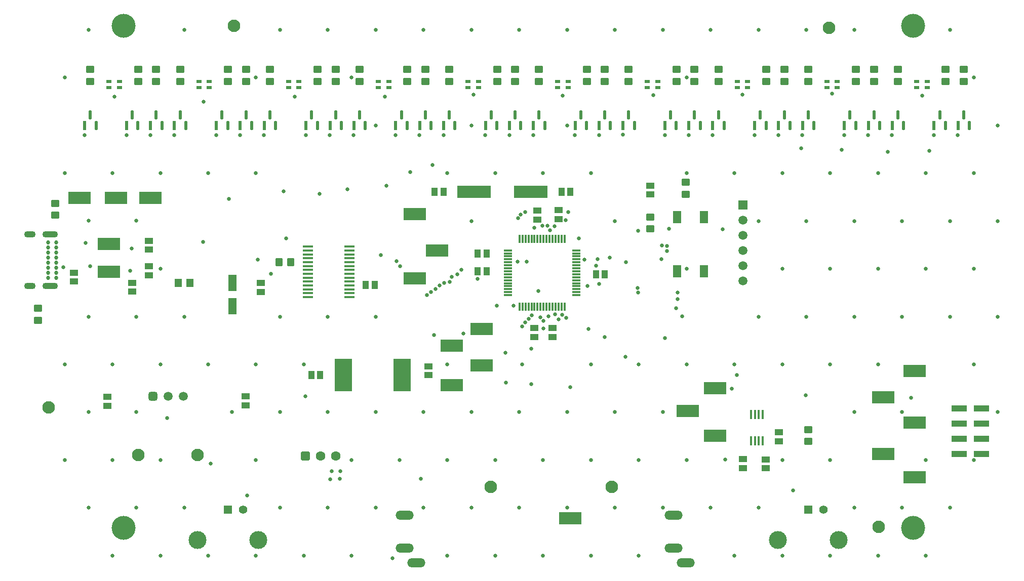
<source format=gbr>
%TF.GenerationSoftware,Altium Limited,Altium Designer,23.6.0 (18)*%
G04 Layer_Color=8388736*
%FSLAX43Y43*%
%MOMM*%
%TF.SameCoordinates,02C31AF8-F4BC-48A1-AB84-B672334353EB*%
%TF.FilePolarity,Negative*%
%TF.FileFunction,Soldermask,Top*%
%TF.Part,Single*%
G01*
G75*
%TA.AperFunction,SMDPad,CuDef*%
%ADD10R,3.800X2.030*%
G04:AMPARAMS|DCode=11|XSize=1.4mm|YSize=1.2mm|CornerRadius=0.15mm|HoleSize=0mm|Usage=FLASHONLY|Rotation=180.000|XOffset=0mm|YOffset=0mm|HoleType=Round|Shape=RoundedRectangle|*
%AMROUNDEDRECTD11*
21,1,1.400,0.900,0,0,180.0*
21,1,1.100,1.200,0,0,180.0*
1,1,0.300,-0.550,0.450*
1,1,0.300,0.550,0.450*
1,1,0.300,0.550,-0.450*
1,1,0.300,-0.550,-0.450*
%
%ADD11ROUNDEDRECTD11*%
%ADD12R,1.380X2.100*%
%ADD13R,1.400X1.100*%
%ADD14R,1.100X1.400*%
%ADD15R,5.600X2.100*%
%ADD16R,0.300X1.450*%
%ADD17R,1.450X0.300*%
%ADD18R,0.572X1.574*%
G04:AMPARAMS|DCode=19|XSize=1.574mm|YSize=0.572mm|CornerRadius=0.286mm|HoleSize=0mm|Usage=FLASHONLY|Rotation=90.000|XOffset=0mm|YOffset=0mm|HoleType=Round|Shape=RoundedRectangle|*
%AMROUNDEDRECTD19*
21,1,1.574,0.000,0,0,90.0*
21,1,1.002,0.572,0,0,90.0*
1,1,0.572,0.000,0.501*
1,1,0.572,0.000,-0.501*
1,1,0.572,0.000,-0.501*
1,1,0.572,0.000,0.501*
%
%ADD19ROUNDEDRECTD19*%
%ADD20R,0.850X0.500*%
%ADD21R,1.321X2.718*%
%ADD22R,2.900X5.400*%
%ADD23R,1.725X0.450*%
G04:AMPARAMS|DCode=24|XSize=1.4mm|YSize=1.2mm|CornerRadius=0.15mm|HoleSize=0mm|Usage=FLASHONLY|Rotation=90.000|XOffset=0mm|YOffset=0mm|HoleType=Round|Shape=RoundedRectangle|*
%AMROUNDEDRECTD24*
21,1,1.400,0.900,0,0,90.0*
21,1,1.100,1.200,0,0,90.0*
1,1,0.300,0.450,0.550*
1,1,0.300,0.450,-0.550*
1,1,0.300,-0.450,-0.550*
1,1,0.300,-0.450,0.550*
%
%ADD24ROUNDEDRECTD24*%
%ADD25R,0.432X1.499*%
%ADD26R,2.500X1.000*%
%ADD27R,1.285X1.470*%
%TA.AperFunction,ComponentPad*%
%ADD30C,0.690*%
%ADD31O,2.600X1.100*%
%ADD32O,1.900X1.100*%
%TA.AperFunction,ViaPad*%
%ADD33C,4.000*%
%TA.AperFunction,ComponentPad*%
%ADD34O,3.016X1.508*%
%ADD35C,3.000*%
%ADD36C,1.398*%
%ADD37R,1.398X1.398*%
G04:AMPARAMS|DCode=38|XSize=1.5mm|YSize=1.5mm|CornerRadius=0.375mm|HoleSize=0mm|Usage=FLASHONLY|Rotation=0.000|XOffset=0mm|YOffset=0mm|HoleType=Round|Shape=RoundedRectangle|*
%AMROUNDEDRECTD38*
21,1,1.500,0.750,0,0,0.0*
21,1,0.750,1.500,0,0,0.0*
1,1,0.750,0.375,-0.375*
1,1,0.750,-0.375,-0.375*
1,1,0.750,-0.375,0.375*
1,1,0.750,0.375,0.375*
%
%ADD38ROUNDEDRECTD38*%
%ADD39C,1.500*%
%ADD40R,1.500X1.500*%
G04:AMPARAMS|DCode=41|XSize=1.6mm|YSize=1.6mm|CornerRadius=0.4mm|HoleSize=0mm|Usage=FLASHONLY|Rotation=0.000|XOffset=0mm|YOffset=0mm|HoleType=Round|Shape=RoundedRectangle|*
%AMROUNDEDRECTD41*
21,1,1.600,0.800,0,0,0.0*
21,1,0.800,1.600,0,0,0.0*
1,1,0.800,0.400,-0.400*
1,1,0.800,-0.400,-0.400*
1,1,0.800,-0.400,0.400*
1,1,0.800,0.400,0.400*
%
%ADD41ROUNDEDRECTD41*%
%ADD42C,1.600*%
%ADD43C,2.100*%
%TA.AperFunction,ViaPad*%
%ADD44C,0.650*%
D10*
X69976Y57250D02*
D03*
X149789Y19300D02*
D03*
X116466Y34192D02*
D03*
Y26192D02*
D03*
X111868Y30392D02*
D03*
X10204Y66029D02*
D03*
X22050Y66006D02*
D03*
X16299Y66029D02*
D03*
X15089Y58296D02*
D03*
Y53669D02*
D03*
X66261Y52550D02*
D03*
X72425Y34676D02*
D03*
X92234Y12444D02*
D03*
X66261Y63276D02*
D03*
X77441Y44066D02*
D03*
Y37977D02*
D03*
X72425Y41261D02*
D03*
X149821Y37046D02*
D03*
X144587Y23202D02*
D03*
X149821Y28397D02*
D03*
X144587Y32705D02*
D03*
D11*
X3200Y47550D02*
D03*
Y45550D02*
D03*
X105558Y62838D02*
D03*
Y60838D02*
D03*
X111558Y66655D02*
D03*
Y68655D02*
D03*
X20000Y85500D02*
D03*
Y87500D02*
D03*
X6127Y65127D02*
D03*
Y63127D02*
D03*
X35000Y87500D02*
D03*
Y85500D02*
D03*
X50000Y87500D02*
D03*
Y85500D02*
D03*
X23000Y87500D02*
D03*
Y85500D02*
D03*
X38000Y87500D02*
D03*
Y85500D02*
D03*
X53000Y87500D02*
D03*
Y85500D02*
D03*
X12000Y87500D02*
D03*
Y85500D02*
D03*
X27000Y87500D02*
D03*
Y85500D02*
D03*
X42000Y87500D02*
D03*
Y85500D02*
D03*
X65000Y87500D02*
D03*
Y85500D02*
D03*
X80000Y87500D02*
D03*
Y85500D02*
D03*
X95000Y87500D02*
D03*
Y85500D02*
D03*
X68000Y87500D02*
D03*
Y85500D02*
D03*
X83000Y87500D02*
D03*
Y85500D02*
D03*
X98000Y87500D02*
D03*
Y85500D02*
D03*
X57000Y87500D02*
D03*
Y85500D02*
D03*
X72000Y87500D02*
D03*
Y85500D02*
D03*
X87000Y87500D02*
D03*
Y85500D02*
D03*
X110000Y87500D02*
D03*
Y85500D02*
D03*
X125000Y87500D02*
D03*
Y85500D02*
D03*
X140000Y87500D02*
D03*
Y85500D02*
D03*
X113000Y87500D02*
D03*
Y85500D02*
D03*
X128000Y87500D02*
D03*
Y85500D02*
D03*
X143000Y87500D02*
D03*
Y85500D02*
D03*
X102000Y87500D02*
D03*
Y85500D02*
D03*
X117000Y87500D02*
D03*
Y85500D02*
D03*
X132000Y87500D02*
D03*
Y85500D02*
D03*
X155000Y87500D02*
D03*
Y85500D02*
D03*
X158000Y87500D02*
D03*
Y85500D02*
D03*
X147000Y87500D02*
D03*
Y85500D02*
D03*
X132000Y27288D02*
D03*
Y25288D02*
D03*
D12*
X114548Y62838D02*
D03*
X114538Y53738D02*
D03*
X110058Y62838D02*
D03*
Y53738D02*
D03*
D13*
X105558Y66588D02*
D03*
Y68088D02*
D03*
X68525Y36350D02*
D03*
Y37850D02*
D03*
X9250Y52025D02*
D03*
Y53525D02*
D03*
X14834Y31247D02*
D03*
Y32747D02*
D03*
X37961Y31329D02*
D03*
Y32829D02*
D03*
X40500Y51800D02*
D03*
Y50300D02*
D03*
X21785Y57351D02*
D03*
Y58851D02*
D03*
X21785Y54575D02*
D03*
Y53075D02*
D03*
X18950Y51830D02*
D03*
Y50330D02*
D03*
X90250Y62508D02*
D03*
Y64008D02*
D03*
X86750Y62425D02*
D03*
Y63925D02*
D03*
X86250Y44250D02*
D03*
Y42750D02*
D03*
X89250Y44250D02*
D03*
Y42750D02*
D03*
X121122Y20822D02*
D03*
Y22322D02*
D03*
X124923Y20793D02*
D03*
Y22293D02*
D03*
X127126Y26822D02*
D03*
Y25322D02*
D03*
D14*
X92250Y67000D02*
D03*
X90750D02*
D03*
X69550Y67000D02*
D03*
X71050D02*
D03*
X76761Y53750D02*
D03*
X78261D02*
D03*
X50425Y36375D02*
D03*
X48925D02*
D03*
X58000Y51500D02*
D03*
X59500D02*
D03*
X96500Y53250D02*
D03*
X98000D02*
D03*
X78250Y56750D02*
D03*
X76750D02*
D03*
D15*
X76100Y67000D02*
D03*
X85600D02*
D03*
D16*
X91250Y47800D02*
D03*
X90750D02*
D03*
X90250D02*
D03*
X89750D02*
D03*
X89250D02*
D03*
X88750D02*
D03*
X88250D02*
D03*
X87750D02*
D03*
X87250D02*
D03*
X86750D02*
D03*
X86250D02*
D03*
X85750D02*
D03*
X85250D02*
D03*
X84750D02*
D03*
X84250D02*
D03*
X83750D02*
D03*
Y59200D02*
D03*
X84250D02*
D03*
X84750D02*
D03*
X85250D02*
D03*
X85750D02*
D03*
X86250D02*
D03*
X86750D02*
D03*
X87250D02*
D03*
X87750D02*
D03*
X88250D02*
D03*
X88750D02*
D03*
X89250D02*
D03*
X89750D02*
D03*
X90250D02*
D03*
X90750D02*
D03*
X91250D02*
D03*
D17*
X81800Y49750D02*
D03*
Y50250D02*
D03*
Y50750D02*
D03*
Y51250D02*
D03*
Y51750D02*
D03*
Y52250D02*
D03*
Y52750D02*
D03*
Y53250D02*
D03*
Y53750D02*
D03*
Y54250D02*
D03*
Y54750D02*
D03*
Y55250D02*
D03*
Y55750D02*
D03*
Y56250D02*
D03*
Y56750D02*
D03*
Y57250D02*
D03*
X93200D02*
D03*
Y56750D02*
D03*
Y56250D02*
D03*
Y55750D02*
D03*
Y55250D02*
D03*
Y54750D02*
D03*
Y54250D02*
D03*
Y53750D02*
D03*
Y53250D02*
D03*
Y52750D02*
D03*
Y52250D02*
D03*
Y51750D02*
D03*
Y51250D02*
D03*
Y50750D02*
D03*
Y50250D02*
D03*
Y49750D02*
D03*
D18*
X22050Y78115D02*
D03*
X157050D02*
D03*
X48050D02*
D03*
X33050D02*
D03*
X18050D02*
D03*
X41050D02*
D03*
X26050D02*
D03*
X11050D02*
D03*
X52050D02*
D03*
X37050D02*
D03*
X93050D02*
D03*
X78050D02*
D03*
X63050D02*
D03*
X86050D02*
D03*
X71050D02*
D03*
X56050D02*
D03*
X97050D02*
D03*
X82050D02*
D03*
X67050D02*
D03*
X138050D02*
D03*
X123050D02*
D03*
X108050D02*
D03*
X131050D02*
D03*
X116050D02*
D03*
X101050D02*
D03*
X142050D02*
D03*
X127050D02*
D03*
X112050D02*
D03*
X153050D02*
D03*
X146050D02*
D03*
D19*
X23950D02*
D03*
X23000Y79885D02*
D03*
X158000D02*
D03*
X158950Y78115D02*
D03*
X49000Y79885D02*
D03*
X49950Y78115D02*
D03*
X34000Y79885D02*
D03*
X34950Y78115D02*
D03*
X19000Y79885D02*
D03*
X19950Y78115D02*
D03*
X42000Y79885D02*
D03*
X42950Y78115D02*
D03*
X27000Y79885D02*
D03*
X27950Y78115D02*
D03*
X12000Y79885D02*
D03*
X12950Y78115D02*
D03*
X53000Y79885D02*
D03*
X53950Y78115D02*
D03*
X38000Y79885D02*
D03*
X38950Y78115D02*
D03*
X94000Y79885D02*
D03*
X94950Y78115D02*
D03*
X79000Y79885D02*
D03*
X79950Y78115D02*
D03*
X64000Y79885D02*
D03*
X64950Y78115D02*
D03*
X87000Y79885D02*
D03*
X87950Y78115D02*
D03*
X72000Y79885D02*
D03*
X72950Y78115D02*
D03*
X57000Y79885D02*
D03*
X57950Y78115D02*
D03*
X98000Y79885D02*
D03*
X98950Y78115D02*
D03*
X83000Y79885D02*
D03*
X83950Y78115D02*
D03*
X68000Y79885D02*
D03*
X68950Y78115D02*
D03*
X139000Y79885D02*
D03*
X139950Y78115D02*
D03*
X124000Y79885D02*
D03*
X124950Y78115D02*
D03*
X109000Y79885D02*
D03*
X109950Y78115D02*
D03*
X132000Y79885D02*
D03*
X132950Y78115D02*
D03*
X117000Y79885D02*
D03*
X117950Y78115D02*
D03*
X102000Y79885D02*
D03*
X102950Y78115D02*
D03*
X143000Y79885D02*
D03*
X143950Y78115D02*
D03*
X128000Y79885D02*
D03*
X128950Y78115D02*
D03*
X113000Y79885D02*
D03*
X113950Y78115D02*
D03*
X154000Y79885D02*
D03*
X154950Y78115D02*
D03*
X147000Y79885D02*
D03*
X147950Y78115D02*
D03*
D20*
X15125Y85500D02*
D03*
X16875D02*
D03*
Y84500D02*
D03*
X15125D02*
D03*
X30125D02*
D03*
X31875D02*
D03*
Y85500D02*
D03*
X30125D02*
D03*
X45125Y84500D02*
D03*
X46875D02*
D03*
Y85500D02*
D03*
X45125D02*
D03*
X60125Y84500D02*
D03*
X61875D02*
D03*
Y85500D02*
D03*
X60125D02*
D03*
X75125Y84500D02*
D03*
X76875D02*
D03*
Y85500D02*
D03*
X75125D02*
D03*
X90125Y84500D02*
D03*
X91875D02*
D03*
Y85500D02*
D03*
X90125D02*
D03*
X105125Y84500D02*
D03*
X106875D02*
D03*
Y85500D02*
D03*
X105125D02*
D03*
X120125Y84500D02*
D03*
X121875D02*
D03*
Y85500D02*
D03*
X120125D02*
D03*
X135125Y84500D02*
D03*
X136875D02*
D03*
Y85500D02*
D03*
X135125D02*
D03*
X150125Y84500D02*
D03*
X151875D02*
D03*
Y85500D02*
D03*
X150125D02*
D03*
D21*
X35730Y47894D02*
D03*
Y51806D02*
D03*
D22*
X54250Y36350D02*
D03*
X64150D02*
D03*
D23*
X55350Y49425D02*
D03*
Y50075D02*
D03*
Y50725D02*
D03*
Y51375D02*
D03*
Y52025D02*
D03*
Y52675D02*
D03*
Y53325D02*
D03*
Y53975D02*
D03*
Y54625D02*
D03*
Y55275D02*
D03*
Y55925D02*
D03*
Y56575D02*
D03*
Y57225D02*
D03*
Y57875D02*
D03*
X48326D02*
D03*
Y57225D02*
D03*
Y56575D02*
D03*
Y55925D02*
D03*
Y55275D02*
D03*
Y54625D02*
D03*
Y53975D02*
D03*
Y53325D02*
D03*
Y52675D02*
D03*
Y52025D02*
D03*
Y51375D02*
D03*
Y50725D02*
D03*
Y50075D02*
D03*
Y49425D02*
D03*
D24*
X43500Y55313D02*
D03*
X45500D02*
D03*
D25*
X122458Y25388D02*
D03*
X123093D02*
D03*
X123754D02*
D03*
X124389D02*
D03*
Y29757D02*
D03*
X123754D02*
D03*
X123093D02*
D03*
X122458D02*
D03*
D26*
X157230Y23190D02*
D03*
Y25730D02*
D03*
X160930Y23190D02*
D03*
Y25730D02*
D03*
Y30810D02*
D03*
X157230D02*
D03*
X160930Y28270D02*
D03*
X157230D02*
D03*
D27*
X26686Y51825D02*
D03*
X28631D02*
D03*
D30*
X4925Y58575D02*
D03*
Y57725D02*
D03*
Y56875D02*
D03*
Y56025D02*
D03*
Y55175D02*
D03*
Y54325D02*
D03*
Y53475D02*
D03*
Y52625D02*
D03*
X6275D02*
D03*
Y53475D02*
D03*
Y54325D02*
D03*
Y55175D02*
D03*
Y56025D02*
D03*
Y56875D02*
D03*
Y57725D02*
D03*
Y58575D02*
D03*
D31*
X5295Y51275D02*
D03*
Y59925D02*
D03*
D32*
X1915Y51275D02*
D03*
Y59925D02*
D03*
D33*
X17525Y10825D02*
D03*
Y94825D02*
D03*
X149525Y10825D02*
D03*
Y94825D02*
D03*
D34*
X109500Y12900D02*
D03*
Y7400D02*
D03*
X111500Y5000D02*
D03*
X64500Y12900D02*
D03*
Y7400D02*
D03*
X66500Y5000D02*
D03*
D35*
X40080Y8800D02*
D03*
X29920D02*
D03*
X137080Y8800D02*
D03*
X126920D02*
D03*
D36*
X37540Y13880D02*
D03*
X134540Y13880D02*
D03*
D37*
X35000Y13880D02*
D03*
X132000Y13880D02*
D03*
D38*
X22460Y32800D02*
D03*
D39*
X25000D02*
D03*
X27540D02*
D03*
X121067Y52173D02*
D03*
Y54713D02*
D03*
Y57253D02*
D03*
Y59793D02*
D03*
Y62333D02*
D03*
D40*
Y64873D02*
D03*
D41*
X47935Y22850D02*
D03*
D42*
X50475D02*
D03*
X53015D02*
D03*
D43*
X99199Y17673D02*
D03*
X29920Y23000D02*
D03*
X78921Y17673D02*
D03*
X5020Y31000D02*
D03*
X143786Y11008D02*
D03*
X135500Y94500D02*
D03*
X36000Y94825D02*
D03*
X20000Y23000D02*
D03*
D44*
X117741Y60762D02*
D03*
X32142Y21600D02*
D03*
X67286Y19041D02*
D03*
X38175Y16259D02*
D03*
X62483Y5724D02*
D03*
X52117Y18907D02*
D03*
X53789Y20301D02*
D03*
X52345Y20326D02*
D03*
X53663Y19008D02*
D03*
X24796Y29203D02*
D03*
X30828Y58627D02*
D03*
X35132Y65866D02*
D03*
X19687Y62176D02*
D03*
X11687D02*
D03*
X11969Y54577D02*
D03*
X7482Y54434D02*
D03*
X86858Y50462D02*
D03*
X84951Y55351D02*
D03*
X83383Y55368D02*
D03*
X89605Y61243D02*
D03*
X131613Y33000D02*
D03*
X149226Y32570D02*
D03*
X129465Y17058D02*
D03*
X85694Y40828D02*
D03*
X92186Y34384D02*
D03*
X85694Y34862D02*
D03*
X84215Y38155D02*
D03*
X74382Y43358D02*
D03*
X69418Y43072D02*
D03*
X60540Y56437D02*
D03*
X44693Y59253D02*
D03*
X40015Y55673D02*
D03*
X42210Y53286D02*
D03*
X11185Y58489D02*
D03*
X18869Y57534D02*
D03*
X18678Y53859D02*
D03*
X95241Y44074D02*
D03*
X108033Y42594D02*
D03*
X151040Y83167D02*
D03*
X152233Y73859D02*
D03*
X137579Y74097D02*
D03*
X145312Y73763D02*
D03*
X130849Y74288D02*
D03*
X136004Y83501D02*
D03*
X120968Y83262D02*
D03*
X106076Y83214D02*
D03*
X90993Y83167D02*
D03*
X76052Y83262D02*
D03*
X16005Y82928D02*
D03*
X61208Y82928D02*
D03*
X46124Y82976D02*
D03*
X30946Y82069D02*
D03*
X44275Y67135D02*
D03*
X50347Y66665D02*
D03*
X54969Y67488D02*
D03*
X61511Y68075D02*
D03*
X65429Y70347D02*
D03*
X69189Y71523D02*
D03*
X159687Y86169D02*
D03*
X163687Y78169D02*
D03*
X159687Y70169D02*
D03*
X163687Y62169D02*
D03*
X159687Y54169D02*
D03*
X163687Y46169D02*
D03*
X159687Y38169D02*
D03*
X163687Y30169D02*
D03*
X159687Y22169D02*
D03*
X155687Y94169D02*
D03*
X151687Y70169D02*
D03*
X155687Y62169D02*
D03*
X151687Y54169D02*
D03*
X155687Y46169D02*
D03*
X151687Y22169D02*
D03*
X155687Y14169D02*
D03*
X151687Y6169D02*
D03*
X143687Y70169D02*
D03*
X147687Y62169D02*
D03*
X143687Y54169D02*
D03*
X147687Y46169D02*
D03*
X143687Y38169D02*
D03*
X147687Y30169D02*
D03*
Y14169D02*
D03*
X143687Y6169D02*
D03*
X139687Y94169D02*
D03*
X135687Y70169D02*
D03*
X139687Y62169D02*
D03*
X135687Y54169D02*
D03*
X139687Y46169D02*
D03*
X135687Y38169D02*
D03*
X139687Y30169D02*
D03*
X135687Y22169D02*
D03*
X139687Y14169D02*
D03*
X135687Y6169D02*
D03*
X131687Y94169D02*
D03*
X127687Y70169D02*
D03*
X131687Y62169D02*
D03*
X127687Y54169D02*
D03*
X131687Y46169D02*
D03*
X127687Y38169D02*
D03*
Y22169D02*
D03*
Y6169D02*
D03*
X123687Y94169D02*
D03*
X119687Y70169D02*
D03*
X123687Y62169D02*
D03*
Y46169D02*
D03*
X119687Y38169D02*
D03*
X123687Y14169D02*
D03*
X119687Y6169D02*
D03*
X115687Y94169D02*
D03*
X111687Y86169D02*
D03*
Y70169D02*
D03*
Y54169D02*
D03*
Y38169D02*
D03*
Y22169D02*
D03*
X115687Y14169D02*
D03*
X107687Y94169D02*
D03*
X103687Y38169D02*
D03*
X107687Y30169D02*
D03*
X103687Y22169D02*
D03*
X107687Y14169D02*
D03*
X103687Y6169D02*
D03*
X99687Y94169D02*
D03*
X95687Y70169D02*
D03*
X99687Y62169D02*
D03*
X95687Y38169D02*
D03*
X99687Y30169D02*
D03*
X95687Y22169D02*
D03*
X99687Y14169D02*
D03*
X95687Y6169D02*
D03*
X91687Y94169D02*
D03*
Y78169D02*
D03*
X87687Y70169D02*
D03*
X91687Y30169D02*
D03*
X87687Y22169D02*
D03*
X91687Y14169D02*
D03*
X87687Y6169D02*
D03*
X83687Y94169D02*
D03*
X79687Y70169D02*
D03*
X83687Y30169D02*
D03*
X79687Y22169D02*
D03*
X83687Y14169D02*
D03*
X79687Y6169D02*
D03*
X75687Y94169D02*
D03*
Y78169D02*
D03*
X71687Y70169D02*
D03*
X75687Y62169D02*
D03*
X71687Y38169D02*
D03*
X75687Y30169D02*
D03*
X71687Y22169D02*
D03*
X75687Y14169D02*
D03*
X71687Y6169D02*
D03*
X67687Y94169D02*
D03*
Y30169D02*
D03*
X63687Y22169D02*
D03*
X67687Y14169D02*
D03*
X59687Y94169D02*
D03*
X55687Y86169D02*
D03*
X59687Y78169D02*
D03*
Y46169D02*
D03*
Y30169D02*
D03*
X55687Y22169D02*
D03*
X59687Y14169D02*
D03*
X55687Y6169D02*
D03*
X51687Y94169D02*
D03*
Y46169D02*
D03*
X47687Y38169D02*
D03*
X51687Y30169D02*
D03*
Y14169D02*
D03*
X47687Y6169D02*
D03*
X43687Y94169D02*
D03*
X39687Y86169D02*
D03*
Y70169D02*
D03*
X43687Y46169D02*
D03*
X39687Y38169D02*
D03*
X43687Y30169D02*
D03*
X39687Y22169D02*
D03*
X43687Y14169D02*
D03*
X39687Y6169D02*
D03*
X31687Y70169D02*
D03*
Y38169D02*
D03*
X35687Y30169D02*
D03*
X31687Y6169D02*
D03*
X27687Y94169D02*
D03*
X23687Y70169D02*
D03*
Y54169D02*
D03*
X27687Y46169D02*
D03*
X23687Y38169D02*
D03*
Y22169D02*
D03*
X27687Y14169D02*
D03*
X23687Y6169D02*
D03*
X15687Y70169D02*
D03*
X19687Y46169D02*
D03*
X15687Y38169D02*
D03*
X19687Y30169D02*
D03*
X15687Y22169D02*
D03*
X19687Y14169D02*
D03*
X15687Y6169D02*
D03*
X11687Y94169D02*
D03*
X7687Y86169D02*
D03*
Y70169D02*
D03*
X11687Y46169D02*
D03*
X7687Y38169D02*
D03*
X11687Y30169D02*
D03*
X7687Y22169D02*
D03*
X11687Y14169D02*
D03*
X63162Y55400D02*
D03*
X70344Y51375D02*
D03*
X69740Y50750D02*
D03*
X68290Y49743D02*
D03*
X68921Y50250D02*
D03*
X72054Y51977D02*
D03*
X76750Y52502D02*
D03*
X82743Y48027D02*
D03*
X84716Y45199D02*
D03*
X84177Y44542D02*
D03*
X85826Y46414D02*
D03*
X85292Y45800D02*
D03*
X87774Y45424D02*
D03*
X87198Y46053D02*
D03*
X89706Y46541D02*
D03*
X88544Y46187D02*
D03*
X90253Y45713D02*
D03*
X91504Y45993D02*
D03*
X90858Y46467D02*
D03*
X74000Y53976D02*
D03*
X63778Y54625D02*
D03*
X47935Y32800D02*
D03*
X88826Y60609D02*
D03*
X108431Y57997D02*
D03*
X107520Y58051D02*
D03*
X108700Y60848D02*
D03*
X108431Y57106D02*
D03*
X103540Y60515D02*
D03*
X101554Y55243D02*
D03*
X120091Y36426D02*
D03*
X119270Y34126D02*
D03*
X81394Y40074D02*
D03*
X73307Y53263D02*
D03*
X96500Y54669D02*
D03*
X87774Y44182D02*
D03*
X118130Y22281D02*
D03*
X93643Y59246D02*
D03*
X101027Y76592D02*
D03*
X86250Y61059D02*
D03*
X95122Y51250D02*
D03*
X94631Y55674D02*
D03*
X98848Y56040D02*
D03*
X103556Y50183D02*
D03*
X103462Y50982D02*
D03*
X110131Y50174D02*
D03*
X96782Y55819D02*
D03*
X110131Y49087D02*
D03*
X97027Y51596D02*
D03*
X109884Y47552D02*
D03*
X110921Y46187D02*
D03*
X107465Y55819D02*
D03*
X98000Y42750D02*
D03*
X101480Y39479D02*
D03*
X81452Y35080D02*
D03*
X91463Y62270D02*
D03*
X91875Y63679D02*
D03*
X79955Y48030D02*
D03*
X88397Y61379D02*
D03*
X87577Y61374D02*
D03*
X131027Y76559D02*
D03*
X108027D02*
D03*
X84674Y63679D02*
D03*
X83505Y62595D02*
D03*
X83955Y63258D02*
D03*
X72450Y52850D02*
D03*
X71125Y51825D02*
D03*
X157027Y76559D02*
D03*
X153027D02*
D03*
X146027D02*
D03*
X142027D02*
D03*
X138027D02*
D03*
X127027D02*
D03*
X123027Y76547D02*
D03*
X116027Y76559D02*
D03*
X112027D02*
D03*
X97027D02*
D03*
X93027D02*
D03*
X86027D02*
D03*
X82027D02*
D03*
X78027D02*
D03*
X71027D02*
D03*
X67027D02*
D03*
X63027D02*
D03*
X56027D02*
D03*
X52027D02*
D03*
X48027D02*
D03*
X41027D02*
D03*
X37027D02*
D03*
X33027D02*
D03*
X26027D02*
D03*
X22027D02*
D03*
X18027D02*
D03*
X11027D02*
D03*
%TF.MD5,18c161641215ddf81c1395895e5adaa0*%
M02*

</source>
